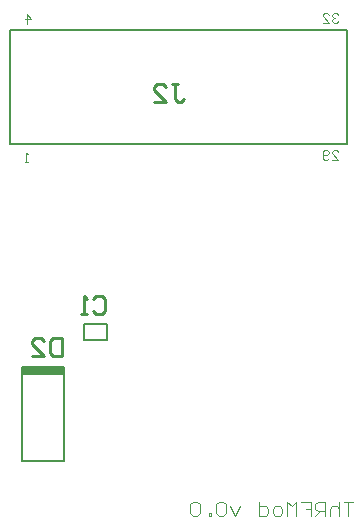
<source format=gbo>
G04*
G04 #@! TF.GenerationSoftware,Altium Limited,Altium Designer,18.0.7 (293)*
G04*
G04 Layer_Color=32896*
%FSLAX25Y25*%
%MOIN*%
G70*
G01*
G75*
%ADD12C,0.00787*%
%ADD13C,0.00394*%
%ADD14C,0.01000*%
%ADD62R,0.13780X0.02697*%
D12*
X10827Y25098D02*
Y56595D01*
X24606D01*
Y25098D02*
Y56595D01*
X10827Y25098D02*
X24606D01*
X6614Y130669D02*
X119016D01*
Y168760D01*
X6614Y130669D02*
Y168760D01*
X119016D01*
X31201Y65354D02*
X39075D01*
X31201D02*
Y70866D01*
X39075D01*
Y65354D02*
Y70866D01*
D13*
X116142Y173884D02*
X115617Y174408D01*
X114567D01*
X114043Y173884D01*
Y173359D01*
X114567Y172834D01*
X115092D01*
X114567D01*
X114043Y172309D01*
Y171785D01*
X114567Y171260D01*
X115617D01*
X116142Y171785D01*
X110894Y171260D02*
X112993D01*
X110894Y173359D01*
Y173884D01*
X111419Y174408D01*
X112468D01*
X112993Y173884D01*
X114043Y125591D02*
X116142D01*
X114043Y127690D01*
Y128214D01*
X114567Y128739D01*
X115617D01*
X116142Y128214D01*
X112993Y126115D02*
X112468Y125591D01*
X111419D01*
X110894Y126115D01*
Y128214D01*
X111419Y128739D01*
X112468D01*
X112993Y128214D01*
Y127690D01*
X112468Y127165D01*
X110894D01*
X12205Y170866D02*
Y174015D01*
X13780Y172440D01*
X11681D01*
X12677Y124803D02*
X11628D01*
X12152D01*
Y127952D01*
X12677Y127427D01*
X121063Y11613D02*
X117914D01*
X119489D01*
Y6890D01*
X116340Y11613D02*
Y6890D01*
Y9251D01*
X115553Y10038D01*
X113979D01*
X113191Y9251D01*
Y6890D01*
X111617D02*
Y11613D01*
X109256D01*
X108469Y10825D01*
Y9251D01*
X109256Y8464D01*
X111617D01*
X110043D02*
X108469Y6890D01*
X103746Y11613D02*
X106894D01*
Y9251D01*
X105320D01*
X106894D01*
Y6890D01*
X102172D02*
Y11613D01*
X100597Y10038D01*
X99023Y11613D01*
Y6890D01*
X96661D02*
X95087D01*
X94300Y7677D01*
Y9251D01*
X95087Y10038D01*
X96661D01*
X97449Y9251D01*
Y7677D01*
X96661Y6890D01*
X89577Y11613D02*
Y6890D01*
X91939D01*
X92726Y7677D01*
Y9251D01*
X91939Y10038D01*
X89577D01*
X83280D02*
X81706Y6890D01*
X80131Y10038D01*
X78557Y10825D02*
X77770Y11613D01*
X76196D01*
X75409Y10825D01*
Y7677D01*
X76196Y6890D01*
X77770D01*
X78557Y7677D01*
Y10825D01*
X73834Y6890D02*
Y7677D01*
X73047D01*
Y6890D01*
X73834D01*
X69898Y10825D02*
X69111Y11613D01*
X67537D01*
X66750Y10825D01*
Y7677D01*
X67537Y6890D01*
X69111D01*
X69898Y7677D01*
Y10825D01*
D14*
X23985Y66012D02*
Y60014D01*
X20986D01*
X19986Y61014D01*
Y65013D01*
X20986Y66012D01*
X23985D01*
X13988Y60014D02*
X17987D01*
X13988Y64013D01*
Y65013D01*
X14988Y66012D01*
X16987D01*
X17987Y65013D01*
X60765Y150683D02*
X62764D01*
X61765D01*
Y145685D01*
X62764Y144685D01*
X63764D01*
X64764Y145685D01*
X54767Y144685D02*
X58766D01*
X54767Y148684D01*
Y149683D01*
X55767Y150683D01*
X57766D01*
X58766Y149683D01*
X34487Y79227D02*
X35487Y80226D01*
X37486D01*
X38486Y79227D01*
Y75228D01*
X37486Y74228D01*
X35487D01*
X34487Y75228D01*
X32488Y74228D02*
X30488D01*
X31488D01*
Y80226D01*
X32488Y79227D01*
D62*
X17717Y55187D02*
D03*
M02*

</source>
